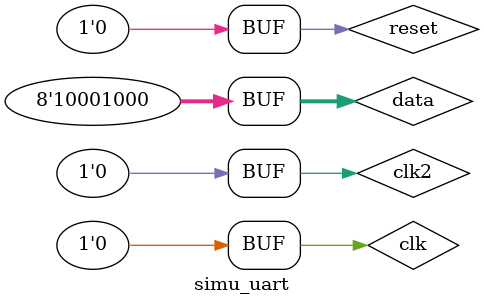
<source format=sv>
`timescale 1ns / 1ps

module simu_uart();
    logic clk;
    logic clk2;
    logic reset;
    logic [7:0] data;
    initial data = 8'b10001000;
    initial reset <= 0; 
    always begin
        clk <= 1; #5 clk <= 0; #5;
    end
    always begin
        clk2 <= 1; #400 clk2 <= 0; #400;
    end
    uart_top uart_top(clk,clk2,~reset,tx_pin_out,rx_pin_in,data);
endmodule  

</source>
